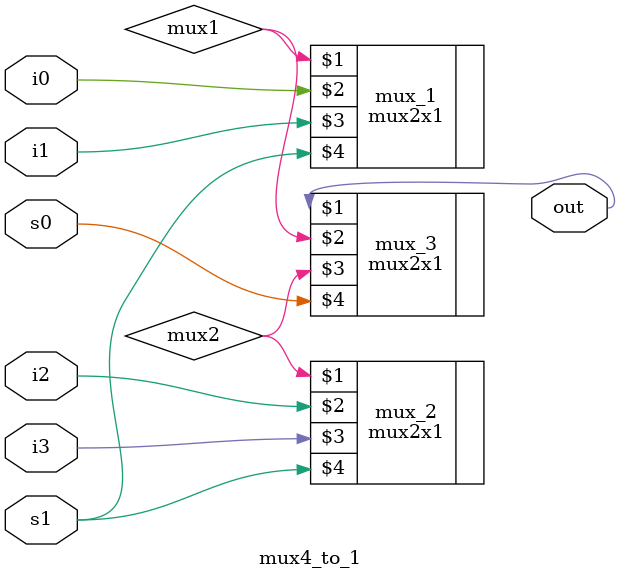
<source format=v>
module mux4_to_1(out,i0,i1,i2,i3,s1,s0);
input i0,i1,i2,i3,s1,s0;
output out;
wire mux1,mux2;
mux2x1 mux_1(mux1,i0,i1,s1);
mux2x1 mux_2(mux2,i2,i3,s1);
mux2x1 mux_3(out,mux1,mux2,s0);

endmodule

</source>
